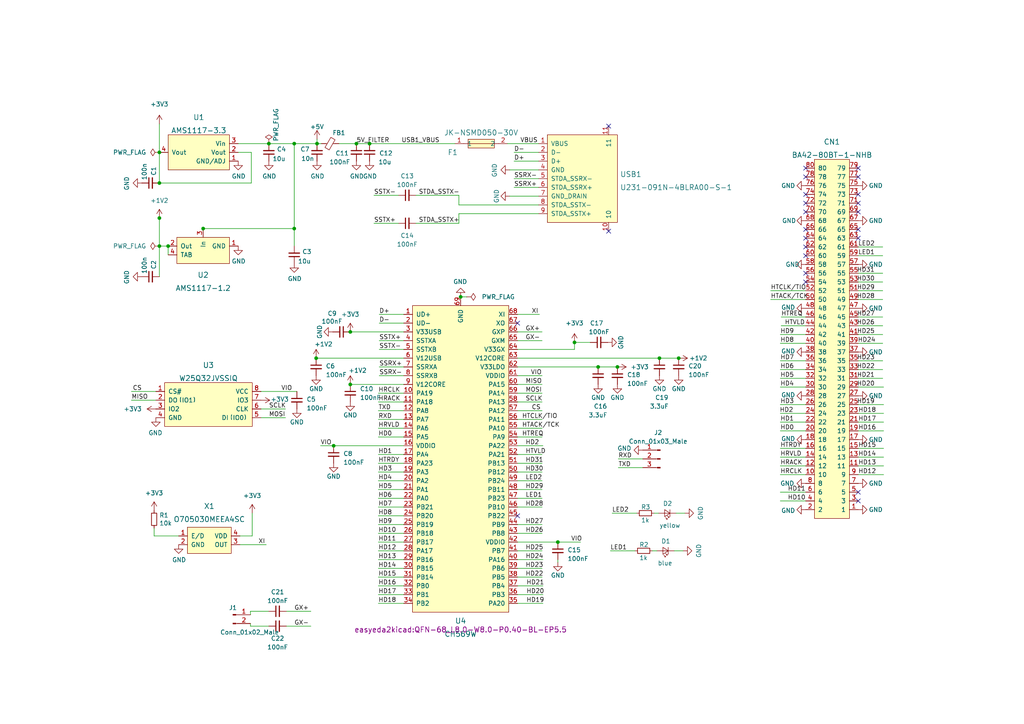
<source format=kicad_sch>
(kicad_sch (version 20211123) (generator eeschema)
  (paper "A4")
  (title_block (title "USB3 Superspeed FPGA Board") (company "Hans Baier"))
  (junction (at 91.694 103.886))
  (junction (at 101.6 111.506))
  (junction (at 77.978 41.656))
  (junction (at 191.262 103.886))
  (junction (at 46.228 63.246))
  (junction (at 46.228 53.086))
  (junction (at 101.6 96.266))
  (junction (at 46.228 71.374))
  (junction (at 161.798 157.226))
  (junction (at 166.624 99.314))
  (junction (at 196.85 103.886))
  (junction (at 85.344 66.294))
  (junction (at 96.774 129.286))
  (junction (at 133.604 86.106))
  (junction (at 179.07 106.426))
  (junction (at 46.228 44.196))
  (junction (at 58.928 66.294))
  (junction (at 173.482 106.426))
  (junction (at 107.188 41.656))
  (junction (at 48.768 71.374))
  (junction (at 85.344 41.656))
  (junction (at 103.378 41.656))
  (junction (at 91.948 41.656))
  (no_connect (at 233.68 61.468))
  (no_connect (at 248.92 66.548))
  (no_connect (at 248.92 61.468))
  (no_connect (at 248.92 58.928))
  (no_connect (at 248.92 56.388))
  (no_connect (at 233.68 74.168))
  (no_connect (at 233.68 69.088))
  (no_connect (at 233.68 71.628))
  (no_connect (at 233.68 66.548))
  (no_connect (at 248.92 145.288))
  (no_connect (at 248.92 51.308))
  (no_connect (at 150.114 149.606))
  (no_connect (at 150.114 93.726))
  (no_connect (at 176.53 36.576))
  (no_connect (at 248.92 142.748))
  (no_connect (at 176.53 67.056))
  (no_connect (at 248.92 48.768))
  (no_connect (at 233.68 48.768))
  (no_connect (at 233.68 51.308))
  (no_connect (at 248.92 69.088))
  (no_connect (at 233.68 56.388))
  (no_connect (at 233.68 58.928))
  (no_connect (at 233.68 79.248))
  (no_connect (at 233.68 81.788))
  (wire (pts (xy 117.094 147.066) (xy 109.728 147.066)))
  (wire (pts (xy 248.92 109.728) (xy 256.032 109.728)))
  (wire (pts (xy 109.982 108.966) (xy 117.094 108.966)))
  (wire (pts (xy 149.098 51.816) (xy 156.21 51.816)))
  (wire (pts (xy 157.226 111.506) (xy 150.114 111.506)))
  (wire (pts (xy 248.92 74.168) (xy 256.032 74.168)))
  (wire (pts (xy 191.262 103.886) (xy 196.85 103.886)))
  (wire (pts (xy 109.728 119.126) (xy 117.094 119.126)))
  (wire (pts (xy 157.48 129.286) (xy 150.114 129.286)))
  (wire (pts (xy 256.032 107.188) (xy 248.92 107.188)))
  (wire (pts (xy 150.114 106.426) (xy 173.482 106.426)))
  (wire (pts (xy 248.92 97.028) (xy 256.032 97.028)))
  (wire (pts (xy 248.92 112.268) (xy 256.286 112.268)))
  (wire (pts (xy 226.314 137.668) (xy 233.68 137.668)))
  (wire (pts (xy 96.774 129.286) (xy 117.094 129.286)))
  (wire (pts (xy 108.458 64.77) (xy 115.57 64.77)))
  (wire (pts (xy 157.226 134.366) (xy 150.114 134.366)))
  (wire (pts (xy 77.978 177.292) (xy 72.644 177.292)))
  (wire (pts (xy 46.228 63.246) (xy 46.228 71.374)))
  (wire (pts (xy 248.92 91.948) (xy 256.032 91.948)))
  (wire (pts (xy 91.948 40.386) (xy 91.948 41.656)))
  (wire (pts (xy 72.898 44.196) (xy 72.898 53.086)))
  (wire (pts (xy 69.088 41.656) (xy 77.978 41.656)))
  (wire (pts (xy 109.982 101.346) (xy 117.094 101.346)))
  (wire (pts (xy 77.978 41.656) (xy 85.344 41.656)))
  (wire (pts (xy 91.694 103.886) (xy 117.094 103.886)))
  (wire (pts (xy 256.286 132.588) (xy 248.92 132.588)))
  (wire (pts (xy 256.286 122.428) (xy 248.92 122.428)))
  (wire (pts (xy 147.828 49.276) (xy 156.21 49.276)))
  (wire (pts (xy 150.114 103.886) (xy 191.262 103.886)))
  (wire (pts (xy 117.094 169.926) (xy 109.728 169.926)))
  (wire (pts (xy 117.094 144.526) (xy 109.728 144.526)))
  (wire (pts (xy 109.728 124.206) (xy 117.094 124.206)))
  (wire (pts (xy 157.226 114.046) (xy 150.114 114.046)))
  (wire (pts (xy 58.674 66.294) (xy 58.928 66.294)))
  (wire (pts (xy 157.226 121.666) (xy 150.114 121.666)))
  (wire (pts (xy 117.094 131.826) (xy 109.728 131.826)))
  (wire (pts (xy 82.804 121.158) (xy 75.692 121.158)))
  (wire (pts (xy 109.982 98.806) (xy 117.094 98.806)))
  (wire (pts (xy 157.226 96.266) (xy 150.114 96.266)))
  (wire (pts (xy 72.898 53.086) (xy 46.228 53.086)))
  (wire (pts (xy 73.152 148.844) (xy 73.152 155.448)))
  (wire (pts (xy 157.226 124.206) (xy 150.114 124.206)))
  (wire (pts (xy 256.286 119.888) (xy 248.92 119.888)))
  (wire (pts (xy 256.032 99.568) (xy 248.92 99.568)))
  (wire (pts (xy 150.114 154.686) (xy 157.226 154.686)))
  (wire (pts (xy 226.314 135.128) (xy 233.68 135.128)))
  (wire (pts (xy 179.324 133.096) (xy 186.436 133.096)))
  (wire (pts (xy 173.482 106.426) (xy 179.07 106.426)))
  (wire (pts (xy 46.228 71.374) (xy 46.228 80.264)))
  (wire (pts (xy 248.92 104.648) (xy 256.032 104.648)))
  (wire (pts (xy 233.68 99.568) (xy 226.314 99.568)))
  (wire (pts (xy 117.094 152.146) (xy 109.728 152.146)))
  (wire (pts (xy 73.152 155.448) (xy 69.596 155.448)))
  (wire (pts (xy 166.624 99.314) (xy 166.624 101.346)))
  (wire (pts (xy 226.314 132.588) (xy 233.68 132.588)))
  (wire (pts (xy 44.704 155.448) (xy 44.704 153.162)))
  (wire (pts (xy 90.17 181.61) (xy 83.058 181.61)))
  (wire (pts (xy 161.798 162.306) (xy 161.798 163.068)))
  (wire (pts (xy 190.5 159.766) (xy 189.23 159.766)))
  (wire (pts (xy 133.096 61.976) (xy 133.096 64.77)))
  (wire (pts (xy 157.226 126.746) (xy 150.114 126.746)))
  (wire (pts (xy 117.094 157.226) (xy 109.728 157.226)))
  (wire (pts (xy 196.088 148.844) (xy 198.628 148.844)))
  (wire (pts (xy 248.92 84.328) (xy 256.032 84.328)))
  (wire (pts (xy 46.228 71.374) (xy 48.768 71.374)))
  (wire (pts (xy 48.768 71.374) (xy 48.768 73.914)))
  (wire (pts (xy 51.816 155.448) (xy 44.704 155.448)))
  (wire (pts (xy 226.314 124.968) (xy 233.68 124.968)))
  (wire (pts (xy 69.596 157.988) (xy 77.216 157.988)))
  (wire (pts (xy 226.314 130.048) (xy 233.68 130.048)))
  (wire (pts (xy 157.48 169.926) (xy 150.114 169.926)))
  (wire (pts (xy 117.094 141.986) (xy 109.728 141.986)))
  (wire (pts (xy 256.286 135.128) (xy 248.92 135.128)))
  (wire (pts (xy 195.58 159.766) (xy 198.12 159.766)))
  (wire (pts (xy 150.114 167.386) (xy 157.226 167.386)))
  (wire (pts (xy 157.48 175.006) (xy 150.114 175.006)))
  (wire (pts (xy 38.1 116.078) (xy 45.212 116.078)))
  (wire (pts (xy 117.094 167.386) (xy 109.728 167.386)))
  (wire (pts (xy 150.114 162.306) (xy 157.48 162.306)))
  (wire (pts (xy 103.378 41.656) (xy 107.188 41.656)))
  (wire (pts (xy 179.324 135.636) (xy 186.436 135.636)))
  (wire (pts (xy 248.92 81.788) (xy 256.032 81.788)))
  (wire (pts (xy 69.088 44.196) (xy 72.898 44.196)))
  (wire (pts (xy 109.982 91.186) (xy 117.094 91.186)))
  (wire (pts (xy 90.17 177.292) (xy 83.058 177.292)))
  (wire (pts (xy 117.094 175.006) (xy 109.728 175.006)))
  (wire (pts (xy 85.344 71.374) (xy 85.344 66.294)))
  (wire (pts (xy 233.68 97.028) (xy 226.314 97.028)))
  (wire (pts (xy 157.226 119.126) (xy 150.114 119.126)))
  (wire (pts (xy 233.68 94.488) (xy 226.568 94.488)))
  (wire (pts (xy 150.114 91.186) (xy 156.464 91.186)))
  (wire (pts (xy 117.094 159.766) (xy 109.728 159.766)))
  (wire (pts (xy 256.032 94.488) (xy 248.92 94.488)))
  (wire (pts (xy 248.92 79.248) (xy 256.032 79.248)))
  (wire (pts (xy 101.6 96.266) (xy 117.094 96.266)))
  (wire (pts (xy 157.226 144.526) (xy 150.114 144.526)))
  (wire (pts (xy 109.728 116.586) (xy 117.094 116.586)))
  (wire (pts (xy 226.314 145.288) (xy 233.68 145.288)))
  (wire (pts (xy 177.546 148.844) (xy 184.658 148.844)))
  (wire (pts (xy 233.68 109.728) (xy 226.314 109.728)))
  (wire (pts (xy 109.982 106.426) (xy 117.094 106.426)))
  (wire (pts (xy 133.096 59.436) (xy 156.21 59.436)))
  (wire (pts (xy 161.798 157.226) (xy 168.402 157.226)))
  (wire (pts (xy 157.226 98.806) (xy 150.114 98.806)))
  (wire (pts (xy 92.964 129.286) (xy 96.774 129.286)))
  (wire (pts (xy 117.094 139.446) (xy 109.728 139.446)))
  (wire (pts (xy 133.604 86.106) (xy 135.382 86.106)))
  (wire (pts (xy 117.094 154.686) (xy 109.728 154.686)))
  (wire (pts (xy 72.644 177.292) (xy 72.644 178.308)))
  (wire (pts (xy 166.624 99.314) (xy 171.196 99.314)))
  (wire (pts (xy 233.68 112.268) (xy 226.314 112.268)))
  (wire (pts (xy 75.692 113.538) (xy 86.106 113.538)))
  (wire (pts (xy 46.228 35.941) (xy 46.228 44.196)))
  (wire (pts (xy 72.644 181.61) (xy 72.644 180.848)))
  (wire (pts (xy 120.65 64.77) (xy 133.096 64.77)))
  (wire (pts (xy 149.098 46.736) (xy 156.21 46.736)))
  (wire (pts (xy 147.193 41.656) (xy 156.21 41.656)))
  (wire (pts (xy 85.344 66.294) (xy 85.344 41.656)))
  (wire (pts (xy 223.52 84.328) (xy 233.68 84.328)))
  (wire (pts (xy 157.226 159.766) (xy 150.114 159.766)))
  (wire (pts (xy 150.114 101.346) (xy 166.624 101.346)))
  (wire (pts (xy 38.1 113.538) (xy 45.212 113.538)))
  (wire (pts (xy 248.92 71.628) (xy 256.032 71.628)))
  (wire (pts (xy 226.314 119.888) (xy 233.68 119.888)))
  (wire (pts (xy 117.094 164.846) (xy 109.728 164.846)))
  (wire (pts (xy 191.008 148.844) (xy 189.738 148.844)))
  (wire (pts (xy 46.228 53.086) (xy 46.228 44.196)))
  (wire (pts (xy 91.948 41.656) (xy 93.218 41.656)))
  (wire (pts (xy 150.114 108.966) (xy 157.226 108.966)))
  (wire (pts (xy 157.226 152.146) (xy 150.114 152.146)))
  (wire (pts (xy 147.828 56.896) (xy 156.21 56.896)))
  (wire (pts (xy 77.978 181.61) (xy 72.644 181.61)))
  (wire (pts (xy 109.728 114.046) (xy 117.094 114.046)))
  (wire (pts (xy 85.344 41.656) (xy 91.948 41.656)))
  (wire (pts (xy 256.286 137.668) (xy 248.92 137.668)))
  (wire (pts (xy 248.92 117.348) (xy 256.286 117.348)))
  (wire (pts (xy 120.65 56.642) (xy 133.096 56.642)))
  (wire (pts (xy 117.094 136.906) (xy 109.728 136.906)))
  (wire (pts (xy 108.458 56.642) (xy 115.57 56.642)))
  (wire (pts (xy 58.928 66.294) (xy 85.344 66.294)))
  (wire (pts (xy 107.188 41.656) (xy 131.953 41.656)))
  (wire (pts (xy 233.68 117.348) (xy 226.314 117.348)))
  (wire (pts (xy 117.094 162.306) (xy 109.728 162.306)))
  (wire (pts (xy 157.226 131.826) (xy 150.114 131.826)))
  (wire (pts (xy 233.68 122.428) (xy 226.314 122.428)))
  (wire (pts (xy 149.098 44.196) (xy 156.21 44.196)))
  (wire (pts (xy 157.226 164.846) (xy 150.114 164.846)))
  (wire (pts (xy 256.286 130.048) (xy 248.92 130.048)))
  (wire (pts (xy 233.68 107.188) (xy 226.314 107.188)))
  (wire (pts (xy 256.286 124.968) (xy 248.92 124.968)))
  (wire (pts (xy 157.226 147.066) (xy 150.114 147.066)))
  (wire (pts (xy 109.982 93.726) (xy 117.094 93.726)))
  (wire (pts (xy 157.48 172.466) (xy 150.114 172.466)))
  (wire (pts (xy 157.226 116.586) (xy 150.114 116.586)))
  (wire (pts (xy 149.098 54.356) (xy 156.21 54.356)))
  (wire (pts (xy 133.096 56.642) (xy 133.096 59.436)))
  (wire (pts (xy 223.52 86.868) (xy 233.68 86.868)))
  (wire (pts (xy 109.728 126.746) (xy 117.094 126.746)))
  (wire (pts (xy 117.094 172.466) (xy 109.728 172.466)))
  (wire (pts (xy 233.68 104.648) (xy 226.314 104.648)))
  (wire (pts (xy 157.226 136.906) (xy 150.114 136.906)))
  (wire (pts (xy 82.804 118.618) (xy 75.692 118.618)))
  (wire (pts (xy 157.226 139.446) (xy 150.114 139.446)))
  (wire (pts (xy 226.314 142.748) (xy 233.68 142.748)))
  (wire (pts (xy 177.038 159.766) (xy 184.15 159.766)))
  (wire (pts (xy 98.298 41.656) (xy 103.378 41.656)))
  (wire (pts (xy 233.68 91.948) (xy 226.568 91.948)))
  (wire (pts (xy 157.226 141.986) (xy 150.114 141.986)))
  (wire (pts (xy 46.228 63.119) (xy 46.228 63.246)))
  (wire (pts (xy 117.094 149.606) (xy 109.728 149.606)))
  (wire (pts (xy 109.728 134.366) (xy 117.094 134.366)))
  (wire (pts (xy 109.728 121.666) (xy 117.094 121.666)))
  (wire (pts (xy 150.114 157.226) (xy 161.798 157.226)))
  (wire (pts (xy 101.6 111.506) (xy 117.094 111.506)))
  (wire (pts (xy 248.92 86.868) (xy 256.032 86.868)))
  (wire (pts (xy 133.096 61.976) (xy 156.21 61.976)))
  (label "HD10" (at 233.68 145.288 180))
  (label "HD12" (at 248.92 137.668 0))
  (label "HD12" (at 109.728 159.766 0))
  (label "SCLK" (at 152.4 116.586 0))
  (label "RXD" (at 109.728 121.666 0))
  (label "HD21" (at 253.746 109.728 180))
  (label "HD8" (at 109.728 149.606 0))
  (label "SSTX-" (at 108.458 56.642 0))
  (label "HD28" (at 253.746 86.868 180))
  (label "CS" (at 154.178 119.126 0))
  (label "HD5" (at 226.314 109.728 0))
  (label "STDA_SSTX-" (at 121.412 56.642 0))
  (label "VBUS" (at 150.876 41.656 0))
  (label "HD11" (at 109.728 157.226 0))
  (label "HTCLK{slash}TIO" (at 223.52 84.328 0))
  (label "HTREQ" (at 226.568 91.948 0))
  (label "GX+" (at 85.344 177.292 0))
  (label "GX-" (at 152.4 98.806 0))
  (label "SSRX+" (at 109.982 106.426 0))
  (label "HTVLD" (at 152.4 131.826 0))
  (label "HD18" (at 109.728 175.006 0))
  (label "RXD" (at 179.324 133.096 0))
  (label "STDA_SSTX+" (at 121.412 64.77 0))
  (label "HD16" (at 248.92 124.968 0))
  (label "HD23" (at 152.4 164.846 0))
  (label "XI" (at 74.93 157.988 0))
  (label "HD29" (at 152.4 141.986 0))
  (label "VIO" (at 81.534 113.538 0))
  (label "HD18" (at 248.92 119.888 0))
  (label "HTRDY" (at 226.314 130.048 0))
  (label "HD24" (at 253.9843 99.568 180))
  (label "HTACK{slash}TCK" (at 223.52 86.868 0))
  (label "HD7" (at 226.314 104.648 0))
  (label "LED1" (at 181.864 159.766 180))
  (label "HD19" (at 253.746 117.348 180))
  (label "HRVLD" (at 226.314 132.588 0))
  (label "HD2" (at 152.4 129.286 0))
  (label "MOSI" (at 152.4 114.046 0))
  (label "LED2" (at 182.372 148.844 180))
  (label "SCLK" (at 77.978 118.618 0))
  (label "HD15" (at 109.728 167.386 0))
  (label "HD30" (at 253.746 81.788 180))
  (label "HD13" (at 248.92 135.128 0))
  (label "XI" (at 154.178 91.186 0))
  (label "CS" (at 41.148 113.538 180))
  (label "MISO" (at 42.926 116.078 180))
  (label "HD6" (at 109.728 144.526 0))
  (label "HTCLK{slash}TIO" (at 151.384 121.666 0))
  (label "SSTX+" (at 109.982 98.806 0))
  (label "HD2" (at 230.124 119.888 180))
  (label "HD4" (at 226.314 112.268 0))
  (label "HD25" (at 152.4 159.766 0))
  (label "VIO" (at 92.964 129.286 0))
  (label "HTVLD" (at 227.584 94.488 0))
  (label "LED2" (at 152.4 139.446 0))
  (label "VIO" (at 165.608 157.226 0))
  (label "HD29" (at 253.746 84.328 180))
  (label "TXD" (at 109.728 119.126 0))
  (label "USB1_VBUS" (at 127.508 41.656 180))
  (label "HD19" (at 152.654 175.006 0))
  (label "D+" (at 109.982 91.186 0))
  (label "HD1" (at 109.728 131.826 0))
  (label "HRACK" (at 226.314 135.128 0))
  (label "HD27" (at 253.746 91.948 180))
  (label "HD15" (at 248.92 130.048 0))
  (label "HTRDY" (at 109.728 134.366 0))
  (label "HD8" (at 226.314 99.568 0))
  (label "D-" (at 149.098 44.196 0))
  (label "HD16" (at 109.728 169.926 0))
  (label "HD22" (at 253.746 107.188 180))
  (label "HD24" (at 152.4157 162.306 0))
  (label "HD17" (at 248.92 122.428 0))
  (label "HTREQ" (at 151.384 126.746 0))
  (label "HD3" (at 109.728 136.906 0))
  (label "HD22" (at 152.4 167.386 0))
  (label "HRCLK" (at 226.314 137.668 0))
  (label "5V_FILTER" (at 103.378 41.656 0))
  (label "HTACK{slash}TCK" (at 151.384 124.206 0))
  (label "MISO" (at 152.4 111.506 0))
  (label "HD4" (at 109.728 139.446 0))
  (label "D-" (at 109.982 93.726 0))
  (label "HD26" (at 253.7303 94.488 180))
  (label "HD6" (at 226.314 107.188 0))
  (label "LED2" (at 253.746 71.628 180))
  (label "HD28" (at 152.4 147.066 0))
  (label "HD30" (at 152.4 136.906 0))
  (label "HD1" (at 226.314 122.428 0))
  (label "GX-" (at 85.344 181.61 0))
  (label "HD5" (at 109.728 141.986 0))
  (label "HD9" (at 226.314 97.028 0))
  (label "SSRX-" (at 149.098 51.816 0))
  (label "HD31" (at 152.4 134.366 0))
  (label "LED1" (at 152.4 144.526 0))
  (label "HD7" (at 109.728 147.066 0))
  (label "HD0" (at 109.728 126.746 0))
  (label "SSRX+" (at 149.098 54.356 0))
  (label "LED1" (at 253.746 74.168 180))
  (label "HD17" (at 109.728 172.466 0))
  (label "HD26" (at 152.4157 154.686 0))
  (label "HD11" (at 233.68 142.748 180))
  (label "SSRX-" (at 109.982 108.966 0))
  (label "HD31" (at 253.746 79.248 180))
  (label "HD9" (at 109.728 152.146 0))
  (label "SSTX+" (at 108.458 64.77 0))
  (label "HRCLK" (at 109.728 114.046 0))
  (label "GX+" (at 152.4 96.266 0))
  (label "HD3" (at 226.314 117.348 0))
  (label "HD23" (at 253.746 104.648 180))
  (label "TXD" (at 179.324 135.636 0))
  (label "HD27" (at 152.4 152.146 0))
  (label "HD25" (at 253.746 97.028 180))
  (label "HRVLD" (at 109.728 124.206 0))
  (label "D+" (at 149.098 46.736 0))
  (label "HD14" (at 248.92 132.588 0))
  (label "HRACK" (at 109.728 116.586 0))
  (label "SSTX-" (at 109.982 101.346 0))
  (label "MOSI" (at 77.978 121.158 0))
  (label "HD10" (at 109.728 154.686 0))
  (label "HD14" (at 109.728 164.846 0))
  (label "HD20" (at 253.746 112.268 180))
  (label "HD21" (at 152.654 169.926 0))
  (label "HD0" (at 226.314 124.968 0))
  (label "HD13" (at 109.728 162.306 0))
  (label "HD20" (at 152.654 172.466 0))
  (label "VIO" (at 153.924 108.966 0))
  (symbol (lib_id "power:GND") (at 173.482 111.506 0) (unit 1)
    (property "Reference" "#PWR032" (effects hide))
    (property "Value" "GND" (at 173.482 115.316 0))
  )
  (symbol (lib_id "jlcpcb-basic-mlcc-0805:2.2uF") (at 173.482 108.966 0) (unit 1)
    (property "Reference" "C16" (at 172.212 117.856 0) (effects (justify left)))
    (property "Value" "3.3uF" (at 170.688 120.396 0) (effects (justify left)))
    (property "Footprint" "Capacitor_SMD:C_0603_1608Metric" (effects hide))
    (property "LCSC" "C51412" (effects hide))
  )
  (symbol (lib_id "power:PWR_FLAG") (at 46.228 71.374 90) (unit 1)
    (property "Reference" "#FLG02" (effects hide))
    (property "Value" "PWR_FLAG" (at 42.418 71.3739 90) (effects (justify left)))
  )
  (symbol (lib_id "easyeda2kicad:BA42-80BT-1-NHB") (at 241.3 98.298 180) (unit 1)
    (property "Reference" "CN1" (at 241.3 41.148 0) (effects (font (size 1.524 1.524))))
    (property "Value" "BA42-80BT-1-NHB" (at 241.3 44.958 0) (effects (font (size 1.524 1.524))))
    (property "Footprint" "easyeda2kicad:CONN-SMD_BA42-80BT-1-NHB" (effects hide))
    (property "Datasheet" "https://lcsc.com/product-detail/Mezzanine-Connectors-Board-to-Board_STWXE-BA42-80BT-1-NHB_C508676.html" (effects hide))
    (property "Manufacturer" "STWXE" (effects hide))
    (property "LCSC Part" "C508676" (effects hide))
    (property "JLC Part" "Extended Part" (effects hide))
  )
  (symbol (lib_id "power:GND") (at 96.774 134.366 0) (unit 1)
    (property "Reference" "#PWR021" (effects hide))
    (property "Value" "GND" (at 96.774 138.176 0))
  )
  (symbol (lib_id "power:GND") (at 147.828 49.276 270) (unit 1)
    (property "Reference" "#PWR028" (effects hide))
    (property "Value" "GND" (at 143.4338 49.403 0))
  )
  (symbol (lib_id "jlcpcb-basic-mlcc-0402:100nF") (at 91.694 106.426 0) (unit 1)
    (property "Reference" "C6" (at 94.488 106.172 0) (effects (justify left)))
    (property "Value" "100nF" (at 94.488 108.712 0) (effects (justify left)))
    (property "Footprint" "Capacitor_SMD:C_0805_2012Metric" (effects hide))
    (property "Datasheet" "https://datasheet.lcsc.com/szlcsc/Samsung-Electro-Mechanics-CL05B104KO5NNNC_C1525.pdf" (effects hide))
    (property "LCSC" "C49678" (effects hide))
  )
  (symbol (lib_id "power:GND") (at 233.68 64.008 270) (unit 1)
    (property "Reference" "#PWR043" (effects hide))
    (property "Value" "GND" (at 228.854 64.008 90))
  )
  (symbol (lib_id "power:PWR_FLAG") (at 77.978 41.656 0) (unit 1)
    (property "Reference" "#FLG03" (effects hide))
    (property "Value" "PWR_FLAG" (at 80.039 41.021 90) (effects (justify left)))
  )
  (symbol (lib_id "Device:LED_Small") (at 193.548 148.844 180) (unit 1)
    (property "Reference" "D2" (at 192.278 146.05 0) (effects (justify right)))
    (property "Value" "yellow" (at 191.262 152.4 0) (effects (justify right)))
    (property "Footprint" "LED_SMD:LED_0603_1608Metric" (effects hide))
    (property "LCSC" "C72038" (effects hide))
  )
  (symbol (lib_id "power:GND") (at 96.52 96.266 270) (unit 1)
    (property "Reference" "#PWR020" (effects hide))
    (property "Value" "GND" (at 92.71 96.266 0))
  )
  (symbol (lib_id "Device:R_Small") (at 186.69 159.766 270) (unit 1)
    (property "Reference" "R2" (at 185.42 157.988 90) (effects (justify left)))
    (property "Value" "1k" (at 185.42 161.798 90) (effects (justify left)))
    (property "Footprint" "Resistor_SMD:R_0603_1608Metric" (effects hide))
    (property "LCSC" "C21190" (effects hide))
  )
  (symbol (lib_id "Device:C_Small") (at 43.688 53.086 90) (unit 1)
    (property "Reference" "C1" (at 44.5873 50.9591 0) (effects (justify left)))
    (property "Value" "100n" (at 41.8771 52.2834 0) (effects (justify left)))
    (property "Footprint" "Capacitor_SMD:C_0805_2012Metric" (effects hide))
    (property "LCSC" "C49678" (effects hide))
  )
  (symbol (lib_id "power:GND") (at 248.92 53.848 90) (unit 1)
    (property "Reference" "#PWR051" (effects hide))
    (property "Value" "GND" (at 254 53.848 90))
  )
  (symbol (lib_id "power:+3V3") (at 45.212 118.618 90) (unit 1)
    (property "Reference" "#PWR04" (effects hide))
    (property "Value" "+3V3" (at 41.148 118.6179 90) (effects (justify left)))
  )
  (symbol (lib_id "power:GND") (at 248.92 140.208 90) (unit 1)
    (property "Reference" "#PWR058" (effects hide))
    (property "Value" "GND" (at 254 140.208 90))
  )
  (symbol (lib_id "easyeda2kicad:JK-NSMD050-30V") (at 139.573 41.656 0) (unit 1)
    (property "Reference" "F1" (at 131.318 44.196 0) (effects (font (size 1.524 1.524))))
    (property "Value" "JK-NSMD050-30V" (at 139.573 38.481 0) (effects (font (size 1.524 1.524))))
    (property "Footprint" "easyeda2kicad:F1206" (effects hide))
    (property "Datasheet" "https://lcsc.com/product-detail/PTC-Resettable-Fuses_Jinrui-Electronic-Materials-Co-JK-NSMD050-30V_C720075.html" (effects hide))
    (property "Manufacturer" "Jinrui Electronic Materials Co." (effects hide))
    (property "LCSC Part" "C720075" (effects hide))
    (property "JLC Part" "Extended Part" (effects hide))
  )
  (symbol (lib_id "power:GND") (at 233.68 114.808 270) (unit 1)
    (property "Reference" "#PWR047" (effects hide))
    (property "Value" "GND" (at 228.6 114.554 90))
  )
  (symbol (lib_id "Device:C_Small") (at 91.948 44.196 180) (unit 1)
    (property "Reference" "C7" (at 89.8211 43.2967 0) (effects (justify left)))
    (property "Value" "10n" (at 91.1454 46.0069 0) (effects (justify left)))
    (property "Footprint" "Capacitor_SMD:C_0805_2012Metric" (effects hide))
    (property "LCSC" "C1710" (effects hide))
  )
  (symbol (lib_id "power:GND") (at 233.68 76.708 270) (unit 1)
    (property "Reference" "#PWR044" (effects hide))
    (property "Value" "GND" (at 229.87 76.708 90))
  )
  (symbol (lib_id "Device:C_Small") (at 43.688 80.264 90) (unit 1)
    (property "Reference" "C2" (at 44.5873 78.1371 0) (effects (justify left)))
    (property "Value" "100n" (at 41.8771 79.4614 0) (effects (justify left)))
    (property "Footprint" "Capacitor_SMD:C_0805_2012Metric" (effects hide))
    (property "LCSC" "C49678" (effects hide))
  )
  (symbol (lib_id "power:+5V") (at 91.948 40.386 0) (unit 1)
    (property "Reference" "#PWR018" (effects hide))
    (property "Value" "+5V" (at 91.948 36.7814 0))
  )
  (symbol (lib_id "power:+1V2") (at 46.228 63.246 0) (unit 1)
    (property "Reference" "#PWR07" (effects hide))
    (property "Value" "+1V2" (at 46.228 58.166 0))
  )
  (symbol (lib_id "power:GND") (at 248.92 76.708 90) (unit 1)
    (property "Reference" "#PWR053" (effects hide))
    (property "Value" "GND" (at 254 76.708 90))
  )
  (symbol (lib_id "power:GND") (at 91.694 108.966 0) (unit 1)
    (property "Reference" "#PWR017" (effects hide))
    (property "Value" "GND" (at 91.694 112.776 0))
  )
  (symbol (lib_id "jlcpcb-basic-mlcc-0402:100nF") (at 118.11 56.642 90) (unit 1)
    (property "Reference" "C13" (at 118.11 51.054 90))
    (property "Value" "100nF" (at 118.11 53.594 90))
    (property "Footprint" "Capacitor_SMD:C_0402_1005Metric" (effects hide))
    (property "Datasheet" "https://datasheet.lcsc.com/szlcsc/Samsung-Electro-Mechanics-CL05B104KO5NNNC_C1525.pdf" (effects hide))
    (property "LCSC" "C1525" (effects hide))
  )
  (symbol (lib_id "power:GND") (at 248.92 114.808 90) (unit 1)
    (property "Reference" "#PWR056" (effects hide))
    (property "Value" "GND" (at 254 114.808 90))
  )
  (symbol (lib_id "power:GND") (at 179.07 111.506 0) (unit 1)
    (property "Reference" "#PWR035" (effects hide))
    (property "Value" "GND" (at 179.07 115.316 0))
  )
  (symbol (lib_id "power:GND") (at 196.85 108.966 0) (unit 1)
    (property "Reference" "#PWR039" (effects hide))
    (property "Value" "GND" (at 196.85 112.776 0))
  )
  (symbol (lib_id "power:GND") (at 248.92 102.108 90) (unit 1)
    (property "Reference" "#PWR055" (effects hide))
    (property "Value" "GND" (at 254 102.108 90))
  )
  (symbol (lib_id "power:PWR_FLAG") (at 135.382 86.106 270) (unit 1)
    (property "Reference" "#FLG04" (effects hide))
    (property "Value" "PWR_FLAG" (at 139.7 86.1059 90) (effects (justify left)))
  )
  (symbol (lib_id "jlcpcb-basic-mlcc-0402:100nF") (at 99.06 96.266 270) (unit 1)
    (property "Reference" "C9" (at 94.996 90.932 90) (effects (justify left)))
    (property "Value" "100nF" (at 93.218 93.218 90) (effects (justify left)))
    (property "Footprint" "Capacitor_SMD:C_0805_2012Metric" (effects hide))
    (property "Datasheet" "https://datasheet.lcsc.com/szlcsc/Samsung-Electro-Mechanics-CL05B104KO5NNNC_C1525.pdf" (effects hide))
    (property "LCSC" "C49678" (effects hide))
  )
  (symbol (lib_id "power:GND") (at 45.212 121.158 0) (mirror y) (unit 1)
    (property "Reference" "#PWR05" (effects hide))
    (property "Value" "GND" (at 45.085 125.5522 0))
  )
  (symbol (lib_id "power:GND") (at 161.798 163.068 0) (unit 1)
    (property "Reference" "#PWR030" (effects hide))
    (property "Value" "GND" (at 161.798 166.878 0))
  )
  (symbol (lib_id "power:+3V3") (at 73.152 148.844 0) (unit 1)
    (property "Reference" "#PWR011" (effects hide))
    (property "Value" "+3V3" (at 73.152 143.764 0))
  )
  (symbol (lib_id "power:GND") (at 69.088 46.736 0) (unit 1)
    (property "Reference" "#PWR010" (effects hide))
    (property "Value" "GND" (at 69.215 51.1302 0))
  )
  (symbol (lib_id "easyeda2kicad:W25Q32JVSSIQ") (at 60.452 117.348 0) (unit 1)
    (property "Reference" "U3" (at 60.452 105.918 0) (effects (font (size 1.524 1.524))))
    (property "Value" "W25Q32JVSSIQ" (at 60.452 109.728 0) (effects (font (size 1.524 1.524))))
    (property "Footprint" "easyeda2kicad:SOIC-8_L5.3-W5.3-P1.27-LS8.0-BL" (effects hide))
    (property "Datasheet" "https://lcsc.com/product-detail/FLASH_W25Q32JVSSIQ_C82344.html" (effects hide))
    (property "Manufacturer" "WINBOND" (effects hide))
    (property "LCSC Part" "C82344" (effects hide))
    (property "JLC Part" "Extended Part" (effects hide))
  )
  (symbol (lib_id "jlcpcb-basic-mlcc-0402:100nF") (at 80.518 181.61 90) (unit 1)
    (property "Reference" "C22" (at 80.518 185.166 90))
    (property "Value" "100nF" (at 80.518 187.706 90))
    (property "Footprint" "Capacitor_SMD:C_0402_1005Metric" (effects hide))
    (property "Datasheet" "https://datasheet.lcsc.com/szlcsc/Samsung-Electro-Mechanics-CL05B104KO5NNNC_C1525.pdf" (effects hide))
    (property "LCSC" "C1525" (effects hide))
  )
  (symbol (lib_id "Device:C_Small") (at 77.978 44.196 180) (unit 1)
    (property "Reference" "C4" (at 80.3022 43.2875 0) (effects (justify right)))
    (property "Value" "10u" (at 79.0322 46.0626 0) (effects (justify right)))
    (property "Footprint" "Capacitor_SMD:C_0805_2012Metric" (effects hide))
    (property "LCSC" "C15850" (effects hide))
  )
  (symbol (lib_id "jlcpcb-basic-mlcc-0402:100nF") (at 118.11 64.77 90) (unit 1)
    (property "Reference" "C14" (at 118.11 68.326 90))
    (property "Value" "100nF" (at 118.11 70.866 90))
    (property "Footprint" "Capacitor_SMD:C_0402_1005Metric" (effects hide))
    (property "Datasheet" "https://datasheet.lcsc.com/szlcsc/Samsung-Electro-Mechanics-CL05B104KO5NNNC_C1525.pdf" (effects hide))
    (property "LCSC" "C1525" (effects hide))
  )
  (symbol (lib_id "power:GND") (at 233.68 140.208 270) (unit 1)
    (property "Reference" "#PWR049" (effects hide))
    (property "Value" "GND" (at 228.346 140.208 90))
  )
  (symbol (lib_id "power:GND") (at 248.92 64.008 90) (unit 1)
    (property "Reference" "#PWR052" (effects hide))
    (property "Value" "GND" (at 254 64.008 90))
  )
  (symbol (lib_id "Device:LED_Small") (at 193.04 159.766 180) (unit 1)
    (property "Reference" "D1" (at 191.77 156.972 0) (effects (justify right)))
    (property "Value" "blue" (at 190.754 163.322 0) (effects (justify right)))
    (property "Footprint" "LED_SMD:LED_0603_1608Metric" (effects hide))
    (property "LCSC" "C72041" (effects hide))
  )
  (symbol (lib_id "jlcpcb-basic-mlcc-0805:100nF") (at 103.378 44.196 0) (unit 1)
    (property "Reference" "C11" (at 97.282 44.45 0) (effects (justify left)))
    (property "Value" "100nF" (at 95.504 46.99 0) (effects (justify left)))
    (property "Footprint" "Capacitor_SMD:C_0805_2012Metric" (effects hide))
    (property "Datasheet" "https://datasheet.lcsc.com/szlcsc/YAGEO-CC0805KRX7R9BB104_C49678.pdf" (effects hide))
    (property "LCSC" "C49678" (effects hide))
  )
  (symbol (lib_id "jlcpcb-basic-mlcc-0402:100nF") (at 96.774 131.826 0) (unit 1)
    (property "Reference" "C8" (at 99.568 131.572 0) (effects (justify left)))
    (property "Value" "100nF" (at 99.568 134.112 0) (effects (justify left)))
    (property "Footprint" "Capacitor_SMD:C_0805_2012Metric" (effects hide))
    (property "Datasheet" "https://datasheet.lcsc.com/szlcsc/Samsung-Electro-Mechanics-CL05B104KO5NNNC_C1525.pdf" (effects hide))
    (property "LCSC" "C49678" (effects hide))
  )
  (symbol (lib_id "power:GND") (at 103.378 46.736 0) (unit 1)
    (property "Reference" "#PWR025" (effects hide))
    (property "Value" "GND" (at 103.505 51.1302 0))
  )
  (symbol (lib_id "power:GND") (at 248.92 147.828 90) (unit 1)
    (property "Reference" "#PWR059" (effects hide))
    (property "Value" "GND" (at 254 147.828 90))
  )
  (symbol (lib_id "power:GND") (at 233.68 127.508 270) (unit 1)
    (property "Reference" "#PWR048" (effects hide))
    (property "Value" "GND" (at 228.6 127.254 90))
  )
  (symbol (lib_id "Device:C_Small") (at 85.344 73.914 180) (unit 1)
    (property "Reference" "C3" (at 87.6682 73.0055 0) (effects (justify right)))
    (property "Value" "10u" (at 86.3982 75.7806 0) (effects (justify right)))
    (property "Footprint" "Capacitor_SMD:C_0805_2012Metric" (effects hide))
    (property "LCSC" "C15850" (effects hide))
  )
  (symbol (lib_id "power:GND") (at 233.68 89.408 270) (unit 1)
    (property "Reference" "#PWR045" (effects hide))
    (property "Value" "GND" (at 228.6 89.154 90))
  )
  (symbol (lib_id "easyeda2kicad:U231-091N-4BLRA00-S-1") (at 168.91 51.816 0) (unit 1)
    (property "Reference" "USB1" (at 179.832 50.546 0) (effects (font (size 1.524 1.524)) (justify left)))
    (property "Value" "U231-091N-4BLRA00-S-1" (at 179.832 54.356 0) (effects (font (size 1.524 1.524)) (justify left)))
    (property "Footprint" "easyeda2kicad:USB-A-SMD_U231-091N-4BLRA00-S-1" (effects hide))
    (property "Manufacturer" "XKB Connectivity(中国星坤)" (effects hide))
    (property "LCSC Part" "C381140" (effects hide))
    (property "JLC Part" "Extended Part" (effects hide))
  )
  (symbol (lib_id "power:PWR_FLAG") (at 46.228 44.196 90) (unit 1)
    (property "Reference" "#FLG01" (effects hide))
    (property "Value" "PWR_FLAG" (at 42.418 44.1959 90) (effects (justify left)))
  )
  (symbol (lib_id "Device:R_Small") (at 187.198 148.844 270) (unit 1)
    (property "Reference" "R3" (at 185.928 147.066 90) (effects (justify left)))
    (property "Value" "1k" (at 185.928 150.876 90) (effects (justify left)))
    (property "Footprint" "Resistor_SMD:R_0603_1608Metric" (effects hide))
    (property "LCSC" "C21190" (effects hide))
  )
  (symbol (lib_id "power:+3V3") (at 166.624 99.314 0) (unit 1)
    (property "Reference" "#PWR031" (effects hide))
    (property "Value" "+3V3" (at 166.624 93.726 0))
  )
  (symbol (lib_id "power:GND") (at 198.12 159.766 90) (unit 1)
    (property "Reference" "#PWR040" (effects hide))
    (property "Value" "GND" (at 202.6826 159.766 0))
  )
  (symbol (lib_id "power:+3V3") (at 179.07 106.426 270) (unit 1)
    (property "Reference" "#PWR034" (effects hide))
    (property "Value" "+3V3" (at 182.88 106.4259 90) (effects (justify left)))
  )
  (symbol (lib_id "power:GND") (at 85.344 76.454 0) (unit 1)
    (property "Reference" "#PWR013" (effects hide))
    (property "Value" "GND" (at 85.471 80.8482 0))
  )
  (symbol (lib_id "power:+1V2") (at 101.6 111.506 0) (unit 1)
    (property "Reference" "#PWR023" (effects hide))
    (property "Value" "+1V2" (at 101.092 107.442 0) (effects (justify left)))
  )
  (symbol (lib_id "power:GND") (at 248.92 89.408 90) (unit 1)
    (property "Reference" "#PWR054" (effects hide))
    (property "Value" "GND" (at 254 89.408 90))
  )
  (symbol (lib_id "jlcpcb-basic-mlcc-0805:2.2uF") (at 191.262 106.426 0) (unit 1)
    (property "Reference" "C19" (at 189.992 115.316 0) (effects (justify left)))
    (property "Value" "3.3uF" (at 188.468 117.856 0) (effects (justify left)))
    (property "Footprint" "Capacitor_SMD:C_0603_1608Metric" (effects hide))
    (property "LCSC" "C51412" (effects hide))
  )
  (symbol (lib_id "jlcpcb-basic-mlcc-0402:100nF") (at 196.85 106.426 0) (unit 1)
    (property "Reference" "C20" (at 199.644 106.172 0) (effects (justify left)))
    (property "Value" "100nF" (at 199.644 108.712 0) (effects (justify left)))
    (property "Footprint" "Capacitor_SMD:C_0805_2012Metric" (effects hide))
    (property "Datasheet" "https://datasheet.lcsc.com/szlcsc/Samsung-Electro-Mechanics-CL05B104KO5NNNC_C1525.pdf" (effects hide))
    (property "LCSC" "C49678" (effects hide))
  )
  (symbol (lib_id "power:GND") (at 91.948 46.736 0) (unit 1)
    (property "Reference" "#PWR019" (effects hide))
    (property "Value" "GND" (at 92.075 51.1302 0))
  )
  (symbol (lib_id "jlcpcb-basic-mlcc-0402:100nF") (at 161.798 159.766 0) (unit 1)
    (property "Reference" "C15" (at 164.592 159.512 0) (effects (justify left)))
    (property "Value" "100nF" (at 164.592 162.052 0) (effects (justify left)))
    (property "Footprint" "Capacitor_SMD:C_0603_1608Metric" (effects hide))
    (property "Datasheet" "https://datasheet.lcsc.com/szlcsc/YAGEO-CC0603KRX7R9BB104_C14663.pdf" (effects hide))
    (property "LCSC" "C14663" (effects hide))
  )
  (symbol (lib_id "power:GND") (at 107.188 46.736 0) (unit 1)
    (property "Reference" "#PWR026" (effects hide))
    (property "Value" "GND" (at 107.315 51.1302 0))
  )
  (symbol (lib_id "power:GND") (at 133.604 86.106 180) (unit 1)
    (property "Reference" "#PWR027" (effects hide))
    (property "Value" "GND" (at 133.477 81.7118 0))
  )
  (symbol (lib_id "power:GND") (at 51.816 157.988 0) (unit 1)
    (property "Reference" "#PWR08" (effects hide))
    (property "Value" "GND" (at 51.943 162.3822 0))
  )
  (symbol (lib_id "power:GND") (at 233.68 102.108 270) (unit 1)
    (property "Reference" "#PWR046" (effects hide))
    (property "Value" "GND" (at 228.6 101.854 90))
  )
  (symbol (lib_id "power:+3V3") (at 101.6 96.266 0) (unit 1)
    (property "Reference" "#PWR022" (effects hide))
    (property "Value" "+3V3" (at 101.6 91.186 0))
  )
  (symbol (lib_id "power:GND") (at 198.628 148.844 90) (unit 1)
    (property "Reference" "#PWR041" (effects hide))
    (property "Value" "GND" (at 203.1906 148.844 0))
  )
  (symbol (lib_id "Device:Ferrite_Bead_Small") (at 95.758 41.656 90) (unit 1)
    (property "Reference" "FB1" (at 98.298 38.5276 90))
    (property "Value" "2A" (effects hide))
    (property "Footprint" "Inductor_SMD:L_1206_3216Metric" (effects hide))
    (property "LCSC" "C73732" (effects hide))
  )
  (symbol (lib_id "jlcpcb-basic-mlcc-0402:100nF") (at 101.6 114.046 0) (unit 1)
    (property "Reference" "C10" (at 104.394 112.7822 0) (effects (justify left)))
    (property "Value" "100nF" (at 104.394 115.3222 0) (effects (justify left)))
    (property "Footprint" "Capacitor_SMD:C_0805_2012Metric" (effects hide))
    (property "Datasheet" "https://datasheet.lcsc.com/szlcsc/Samsung-Electro-Mechanics-CL05B104KO5NNNC_C1525.pdf" (effects hide))
    (property "LCSC" "C49678" (effects hide))
  )
  (symbol (lib_id "jlcpcb-basic-mlcc-0402:100nF") (at 179.07 108.966 0) (unit 1)
    (property "Reference" "C18" (at 181.864 108.712 0) (effects (justify left)))
    (property "Value" "100nF" (at 181.864 111.252 0) (effects (justify left)))
    (property "Footprint" "Capacitor_SMD:C_0805_2012Metric" (effects hide))
    (property "Datasheet" "https://datasheet.lcsc.com/szlcsc/Samsung-Electro-Mechanics-CL05B104KO5NNNC_C1525.pdf" (effects hide))
    (property "LCSC" "C49678" (effects hide))
  )
  (symbol (lib_id "power:GND") (at 86.106 118.618 0) (unit 1)
    (property "Reference" "#PWR015" (effects hide))
    (property "Value" "GND" (at 86.106 122.428 0))
  )
  (symbol (lib_id "power:GND") (at 147.828 56.896 270) (unit 1)
    (property "Reference" "#PWR029" (effects hide))
    (property "Value" "GND" (at 144.018 56.896 0))
  )
  (symbol (lib_id "jlcpcb-basic-mlcc-0402:100nF") (at 86.106 116.078 0) (unit 1)
    (property "Reference" "C5" (at 88.9 115.824 0) (effects (justify left)))
    (property "Value" "100nF" (at 88.9 118.364 0) (effects (justify left)))
    (property "Footprint" "Capacitor_SMD:C_0805_2012Metric" (effects hide))
    (property "Datasheet" "https://datasheet.lcsc.com/szlcsc/Samsung-Electro-Mechanics-CL05B104KO5NNNC_C1525.pdf" (effects hide))
    (property "LCSC" "C49678" (effects hide))
  )
  (symbol (lib_id "power:GND") (at 176.276 99.314 90) (unit 1)
    (property "Reference" "#PWR033" (effects hide))
    (property "Value" "GND" (at 180.086 99.314 0))
  )
  (symbol (lib_id "power:GND") (at 233.68 147.828 270) (unit 1)
    (property "Reference" "#PWR050" (effects hide))
    (property "Value" "GND" (at 228.6 148.082 90))
  )
  (symbol (lib_id "power:GND") (at 101.6 116.586 0) (unit 1)
    (property "Reference" "#PWR024" (effects hide))
    (property "Value" "GND" (at 101.6 120.396 0))
  )
  (symbol (lib_id "power:GND") (at 69.088 71.374 0) (unit 1)
    (property "Reference" "#PWR09" (effects hide))
    (property "Value" "GND" (at 69.215 75.7682 0))
  )
  (symbol (lib_id "Device:R_Small") (at 44.704 150.622 0) (unit 1)
    (property "Reference" "R1" (at 46.2026 149.4536 0) (effects (justify left)))
    (property "Value" "10k" (at 46.2026 151.765 0) (effects (justify left)))
    (property "Footprint" "Resistor_SMD:R_0603_1608Metric" (effects hide))
    (property "LCSC" " C25804" (effects hide))
  )
  (symbol (lib_id "power:GND") (at 41.148 80.264 270) (unit 1)
    (property "Reference" "#PWR02" (effects hide))
    (property "Value" "GND" (at 36.7538 80.391 0))
  )
  (symbol (lib_id "power:+3V3") (at 46.228 35.941 0) (unit 1)
    (property "Reference" "#PWR06" (effects hide))
    (property "Value" "+3V3" (at 46.228 30.226 0))
  )
  (symbol (lib_id "easyeda2kicad:O705030MEEA4SC") (at 60.706 156.718 0) (unit 1)
    (property "Reference" "X1" (at 60.706 146.812 0) (effects (font (size 1.524 1.524))))
    (property "Value" "O705030MEEA4SC" (at 60.706 150.622 0) (effects (font (size 1.524 1.524))))
    (property "Footprint" "easyeda2kicad:OSC-SMD_4P-L7.0-W5.0-BL" (effects hide))
    (property "Datasheet" "https://lcsc.com/product-detail/SMD-Oscillators-XO_YSO751SR-30MHz-3-3V-25ppm_C20036.html" (effects hide))
    (property "Manufacturer" "YXC" (effects hide))
    (property "LCSC Part" "C20036" (effects hide))
    (property "JLC Part" "Extended Part" (effects hide))
  )
  (symbol (lib_id "Connector:Conn_01x03_Male") (at 191.516 133.096 0) (mirror y) (unit 1)
    (property "Reference" "J2" (at 190.881 125.476 0))
    (property "Value" "Conn_01x03_Male" (at 190.881 128.016 0))
    (property "Footprint" "Connector_PinHeader_2.54mm:PinHeader_1x03_P2.54mm_Vertical" (effects hide))
  )
  (symbol (lib_id "easyeda2kicad:AMS1117-3.3") (at 57.658 44.196 180) (unit 1)
    (property "Reference" "U1" (at 57.658 34.036 0) (effects (font (size 1.524 1.524))))
    (property "Value" "AMS1117-3.3" (at 57.658 37.846 0) (effects (font (size 1.524 1.524))))
    (property "Footprint" "easyeda2kicad:SOT-223-3_L6.5-W3.4-P2.30-LS7.0-BR" (effects hide))
    (property "Datasheet" "https://lcsc.com/product-detail/Low-Dropout-Regulators-LDO_AMS_AMS1117-3-3_AMS1117-3-3_C6186.html" (effects hide))
    (property "Manufacturer" "AMS" (effects hide))
    (property "LCSC Part" "C6186" (effects hide))
    (property "JLC Part" "Basic Part" (effects hide))
  )
  (symbol (lib_id "easyeda2kicad:CH569W") (at 133.604 133.096 0) (unit 1)
    (property "Reference" "U4" (at 133.604 180.086 0) (effects (font (size 1.524 1.524))))
    (property "Value" "CH569W" (at 133.604 183.896 0) (effects (font (size 1.524 1.524))))
    (property "Footprint" "easyeda2kicad:QFN-68_L8.0-W8.0-P0.40-BL-EP5.5" (at 133.604 182.626 0) (effects (font (size 1.524 1.524))))
    (property "Manufacturer" "WCH(南京沁恒)" (effects hide))
    (property "LCSC Part" "C2857462" (effects hide))
    (property "JLC Part" "Extended Part" (effects hide))
  )
  (symbol (lib_id "power:GND") (at 186.436 130.556 270) (unit 1)
    (property "Reference" "#PWR036" (effects hide))
    (property "Value" "GND" (at 181.102 130.048 90))
  )
  (symbol (lib_id "power:+1V2") (at 196.85 103.886 270) (unit 1)
    (property "Reference" "#PWR038" (effects hide))
    (property "Value" "+1V2" (at 199.898 103.886 90) (effects (justify left)))
  )
  (symbol (lib_id "power:GND") (at 191.262 108.966 0) (unit 1)
    (property "Reference" "#PWR037" (effects hide))
    (property "Value" "GND" (at 191.262 112.776 0))
  )
  (symbol (lib_id "power:GND") (at 248.92 127.508 90) (unit 1)
    (property "Reference" "#PWR057" (effects hide))
    (property "Value" "GND" (at 254 127.508 90))
  )
  (symbol (lib_id "jlcpcb-basic-mlcc-0402:100nF") (at 173.736 99.314 90) (unit 1)
    (property "Reference" "C17" (at 175.006 93.726 90) (effects (justify left)))
    (property "Value" "100nF" (at 176.784 96.266 90) (effects (justify left)))
    (property "Footprint" "Capacitor_SMD:C_0805_2012Metric" (effects hide))
    (property "Datasheet" "https://datasheet.lcsc.com/szlcsc/Samsung-Electro-Mechanics-CL05B104KO5NNNC_C1525.pdf" (effects hide))
    (property "LCSC" "C49678" (effects hide))
  )
  (symbol (lib_id "Device:C_Small") (at 107.188 44.196 180) (unit 1)
    (property "Reference" "C12" (at 109.982 44.45 0) (effects (justify right)))
    (property "Value" "10u" (at 109.728 46.99 0) (effects (justify right)))
    (property "Footprint" "Capacitor_SMD:C_0805_2012Metric" (effects hide))
    (property "LCSC" "C15850" (effects hide))
  )
  (symbol (lib_id "power:GND") (at 41.148 53.086 270) (unit 1)
    (property "Reference" "#PWR01" (effects hide))
    (property "Value" "GND" (at 36.7538 53.213 0))
  )
  (symbol (lib_id "power:+3V3") (at 75.692 116.078 270) (unit 1)
    (property "Reference" "#PWR012" (effects hide))
    (property "Value" "+3V3" (at 78.486 115.824 90) (effects (justify left)))
  )
  (symbol (lib_id "power:GND") (at 233.68 53.848 270) (unit 1)
    (property "Reference" "#PWR042" (effects hide))
    (property "Value" "GND" (at 228.6 53.848 90))
  )
  (symbol (lib_id "power:GND") (at 77.978 46.736 0) (unit 1)
    (property "Reference" "#PWR014" (effects hide))
    (property "Value" "GND" (at 78.105 51.1302 0))
  )
  (symbol (lib_id "Connector:Conn_01x02_Male") (at 67.564 178.308 0) (unit 1)
    (property "Reference" "J1" (at 67.564 176.276 0))
    (property "Value" "Conn_01x02_Male" (at 72.39 183.388 0))
    (property "Footprint" "Connector_PinHeader_1.00mm:PinHeader_1x02_P1.00mm_Vertical" (effects hide))
  )
  (symbol (lib_id "easyeda2kicad:AMS1117-1.2") (at 58.928 70.104 180) (unit 1)
    (property "Reference" "U2" (at 58.928 79.756 0) (effects (font (size 1.524 1.524))))
    (property "Value" "AMS1117-1.2" (at 58.928 83.566 0) (effects (font (size 1.524 1.524))))
    (property "Footprint" "SOT-223-4_L6.5-W3.5-P2.30-LS7.0-BR" (effects hide))
    (property "Datasheet" "https://lcsc.com/product-detail/Low-Dropout-Regulators-LDO_AMS_AMS1117-1-2_AMS1117-1-2_C14529.html" (effects hide))
    (property "Manufacturer" "AMS" (effects hide))
    (property "LCSC Part" "C14529" (effects hide))
    (property "JLC Part" "Extended Part" (effects hide))
  )
  (symbol (lib_id "power:+1V2") (at 91.694 103.886 0) (unit 1)
    (property "Reference" "#PWR016" (effects hide))
    (property "Value" "+1V2" (at 91.186 99.822 0) (effects (justify left)))
  )
  (symbol (lib_id "power:+3V3") (at 44.704 148.082 0) (unit 1)
    (property "Reference" "#PWR03" (effects hide))
    (property "Value" "+3V3" (at 44.704 143.002 0))
  )
  (symbol (lib_id "jlcpcb-basic-mlcc-0402:100nF") (at 80.518 177.292 90) (unit 1)
    (property "Reference" "C21" (at 80.518 171.704 90))
    (property "Value" "100nF" (at 80.518 174.244 90))
    (property "Footprint" "Capacitor_SMD:C_0402_1005Metric" (effects hide))
    (property "Datasheet" "https://datasheet.lcsc.com/szlcsc/Samsung-Electro-Mechanics-CL05B104KO5NNNC_C1525.pdf" (effects hide))
    (property "LCSC" "C1525" (effects hide))
  )
)
</source>
